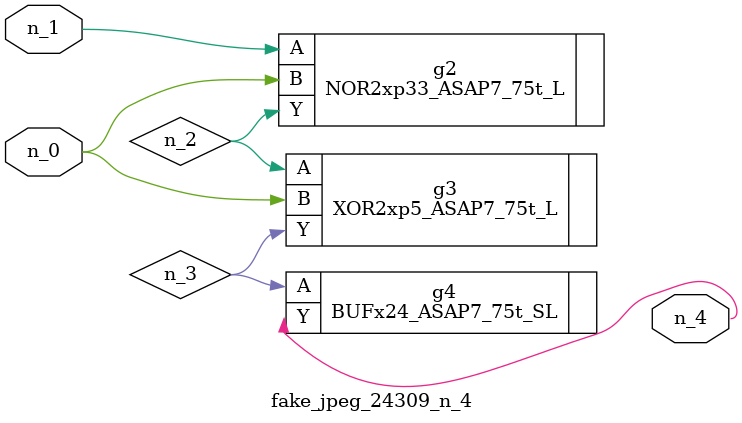
<source format=v>
module fake_jpeg_24309_n_4 (n_0, n_1, n_4);

input n_0;
input n_1;

output n_4;

wire n_2;
wire n_3;

NOR2xp33_ASAP7_75t_L g2 ( 
.A(n_1),
.B(n_0),
.Y(n_2)
);

XOR2xp5_ASAP7_75t_L g3 ( 
.A(n_2),
.B(n_0),
.Y(n_3)
);

BUFx24_ASAP7_75t_SL g4 ( 
.A(n_3),
.Y(n_4)
);


endmodule
</source>
